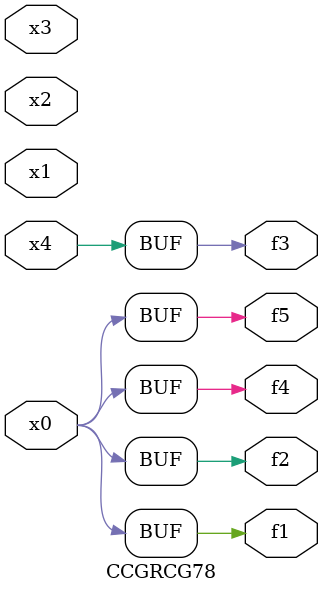
<source format=v>
module CCGRCG78(
	input x0, x1, x2, x3, x4,
	output f1, f2, f3, f4, f5
);
	assign f1 = x0;
	assign f2 = x0;
	assign f3 = x4;
	assign f4 = x0;
	assign f5 = x0;
endmodule

</source>
